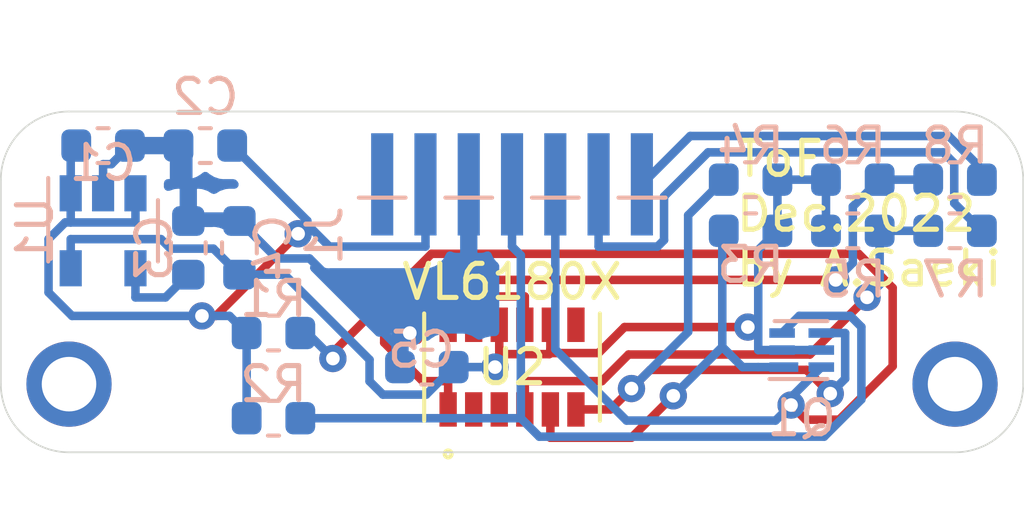
<source format=kicad_pcb>
(kicad_pcb (version 20211014) (generator pcbnew)
  (layers (0 "F.Cu" signal) (31 "B.Cu" signal) (34 "B.Paste" user) (35 "F.Paste" user) (36 "B.SilkS" user "B.Silkscreen") (37 "F.SilkS" user "F.Silkscreen") (38 "B.Mask" user) (39 "F.Mask" user) (44 "Edge.Cuts" user))
  (net 0 "")
  (net 1 "GND")
  (net 2 "VCC")
  (net 3 "Net-(C3-Pad1)")
  (net 4 "VDD")
  (net 5 "Net-(J1-Pad7)")
  (net 6 "Net-(J1-Pad6)")
  (net 7 "Net-(J1-Pad5)")
  (net 8 "Net-(J1-Pad4)")
  (net 9 "Net-(Q1-Pad4)")
  (net 10 "Net-(Q1-Pad1)")
  (net 11 "Net-(R5-Pad2)")
  (net 12 "Net-(R6-Pad2)")
  (footprint "0.main.robot:VL6180XV0NR&slash_1" (layer "F.Cu") (at 130 107.5 90)
    (fp_text reference "U2" (at 0 0 180) (layer "F.SilkS"))
    (fp_text value "VL6180X" (at 2.5 0 180) (layer "F.SilkS"))
    (fp_line (start 1.5748 -2.5781) (end -1.5748 -2.5781) (layer "F.SilkS") (width 0.12))
    (fp_line (start -1.5748 2.5781) (end 1.5748 2.5781) (layer "F.SilkS") (width 0.12))
    (fp_circle (center -2.548599 -1.875) (end -2.446999 -1.875) (layer "F.SilkS") (width 0.12) (fill none))
    (pad "1" smd rect locked (at -1.2422 -1.875 90) (size 1.011199 0.5088) (layers "F.Cu" "F.Paste" "F.Mask") (net 12 "Net-(R6-Pad2)"))
    (pad "2" smd rect locked (at -1.2422 -1.124999 90) (size 1.011199 0.5088) (layers "F.Cu" "F.Paste" "F.Mask"))
    (pad "3" smd rect locked (at -1.2422 -0.375001 90) (size 1.011199 0.5088) (layers "F.Cu" "F.Paste" "F.Mask"))
    (pad "4" smd rect locked (at -1.2422 0.375001 90) (size 1.011199 0.5088) (layers "F.Cu" "F.Paste" "F.Mask") (net 11 "Net-(R5-Pad2)"))
    (pad "5" smd rect locked (at -1.2422 1.124999 90) (size 1.011199 0.5088) (layers "F.Cu" "F.Paste" "F.Mask") (net 10 "Net-(Q1-Pad1)"))
    (pad "6" smd rect locked (at -1.2422 1.875 90) (size 1.011199 0.5088) (layers "F.Cu" "F.Paste" "F.Mask") (net 9 "Net-(Q1-Pad4)"))
    (pad "7" smd rect locked (at 1.2422 1.875 90) (size 1.011199 0.5088) (layers "F.Cu" "F.Paste" "F.Mask"))
    (pad "8" smd rect locked (at 1.2422 1.124999 90) (size 1.011199 0.5088) (layers "F.Cu" "F.Paste" "F.Mask") (net 4 "VDD"))
    (pad "9" smd rect locked (at 1.2422 0.375001 90) (size 1.011199 0.5088) (layers "F.Cu" "F.Paste" "F.Mask") (net 1 "GND"))
    (pad "10" smd rect locked (at 1.2422 -0.375001 90) (size 1.011199 0.5088) (layers "F.Cu" "F.Paste" "F.Mask") (net 4 "VDD"))
    (pad "11" smd rect locked (at 1.2422 -1.124999 90) (size 1.011199 0.5088) (layers "F.Cu" "F.Paste" "F.Mask"))
    (pad "12" smd rect locked (at 1.2422 -1.875 90) (size 1.011199 0.5088) (layers "F.Cu" "F.Paste" "F.Mask") (net 1 "GND"))
  )
  (footprint "Capacitor_SMD:C_0603_1608Metric" (layer "B.Cu") (at 118 101)
    (fp_text reference "C1" (at 0 0.51) (layer "B.SilkS") (effects (justify mirror)))
    (fp_text value "1u")
    (fp_line (start -0.162779 -0.51) (end 0.162779 -0.51) (layer "B.SilkS") (width 0.12))
    (fp_line (start -0.162779 0.51) (end 0.162779 0.51) (layer "B.SilkS") (width 0.12))
    (pad "1" smd roundrect locked (at -0.7875 0) (size 0.875 0.95) (layers "B.Cu" "B.Paste" "B.Mask") (net 2 "VCC"))
    (pad "2" smd roundrect locked (at 0.7875 0) (size 0.875 0.95) (layers "B.Cu" "B.Paste" "B.Mask") (net 1 "GND"))
  )
  (footprint "Capacitor_SMD:C_0603_1608Metric" (layer "B.Cu") (at 121 101 180)
    (fp_text reference "C2" (at 0 1.43) (layer "B.SilkS") (effects (justify mirror)))
    (fp_text value "0.1u")
    (fp_line (start -0.162779 -0.51) (end 0.162779 -0.51) (layer "B.SilkS") (width 0.12))
    (fp_line (start -0.162779 0.51) (end 0.162779 0.51) (layer "B.SilkS") (width 0.12))
    (pad "1" smd roundrect locked (at -0.7875 0 180) (size 0.875 0.95) (layers "B.Cu" "B.Paste" "B.Mask") (net 2 "VCC"))
    (pad "2" smd roundrect locked (at 0.7875 0 180) (size 0.875 0.95) (layers "B.Cu" "B.Paste" "B.Mask") (net 1 "GND"))
  )
  (footprint "Capacitor_SMD:C_0603_1608Metric" (layer "B.Cu") (at 120.5 104 90)
    (fp_text reference "C3" (at 0 -1 90) (layer "B.SilkS") (effects (justify mirror)))
    (fp_text value "0.01u")
    (fp_line (start -0.162779 0.51) (end 0.162779 0.51) (layer "B.SilkS") (width 0.12))
    (fp_line (start -0.162779 -0.51) (end 0.162779 -0.51) (layer "B.SilkS") (width 0.12))
    (pad "1" smd roundrect locked (at -0.7875 0 90) (size 0.875 0.95) (layers "B.Cu" "B.Paste" "B.Mask") (net 3 "Net-(C3-Pad1)"))
    (pad "2" smd roundrect locked (at 0.7875 0 90) (size 0.875 0.95) (layers "B.Cu" "B.Paste" "B.Mask") (net 1 "GND"))
  )
  (footprint "Capacitor_SMD:C_0603_1608Metric" (layer "B.Cu") (at 122 104 90)
    (fp_text reference "C4" (at 0 1 90) (layer "B.SilkS") (effects (justify mirror)))
    (fp_text value "1u")
    (fp_line (start -0.162779 0.51) (end 0.162779 0.51) (layer "B.SilkS") (width 0.12))
    (fp_line (start -0.162779 -0.51) (end 0.162779 -0.51) (layer "B.SilkS") (width 0.12))
    (pad "1" smd roundrect locked (at -0.7875 0 90) (size 0.875 0.95) (layers "B.Cu" "B.Paste" "B.Mask") (net 4 "VDD"))
    (pad "2" smd roundrect locked (at 0.7875 0 90) (size 0.875 0.95) (layers "B.Cu" "B.Paste" "B.Mask") (net 1 "GND"))
  )
  (footprint "Capacitor_SMD:C_0603_1608Metric" (layer "B.Cu") (at 127.5 107.5 180)
    (fp_text reference "C5" (at 0.162779 0.51) (layer "B.SilkS") (effects (justify mirror)))
    (fp_text value "0.1u")
    (fp_line (start -0.162779 -0.51) (end 0.162779 -0.51) (layer "B.SilkS") (width 0.12))
    (fp_line (start -0.162779 0.51) (end 0.162779 0.51) (layer "B.SilkS") (width 0.12))
    (pad "1" smd roundrect locked (at -0.7875 0 180) (size 0.875 0.95) (layers "B.Cu" "B.Paste" "B.Mask") (net 4 "VDD"))
    (pad "2" smd roundrect locked (at 0.7875 0 180) (size 0.875 0.95) (layers "B.Cu" "B.Paste" "B.Mask") (net 1 "GND"))
  )
  (footprint "Package_SON:WSON-6_1.5x1.5mm_P0.5mm" (layer "B.Cu") (at 138.5 107)
    (fp_text reference "Q1" (at 0 2) (layer "B.SilkS") (effects (justify mirror)))
    (fp_text value "SSM6N42FE")
    (fp_line (start -0.945 0.85) (end 0.755 0.85) (layer "B.SilkS") (width 0.12))
    (fp_line (start -0.795 -0.85) (end 0.755 -0.85) (layer "B.SilkS") (width 0.12))
    (pad "1" smd rect locked (at -0.525 0.5 90) (size 0.28 0.85) (layers "B.Cu" "B.Paste" "B.Mask") (net 10 "Net-(Q1-Pad1)"))
    (pad "2" smd rect locked (at -0.575 0 90) (size 0.28 0.75) (layers "B.Cu" "B.Paste" "B.Mask") (net 4 "VDD"))
    (pad "3" smd rect locked (at -0.575 -0.5 90) (size 0.28 0.75) (layers "B.Cu" "B.Paste" "B.Mask") (net 8 "Net-(J1-Pad4)"))
    (pad "4" smd rect locked (at 0.575 -0.5 90) (size 0.28 0.75) (layers "B.Cu" "B.Paste" "B.Mask") (net 9 "Net-(Q1-Pad4)"))
    (pad "5" smd rect locked (at 0.575 0 90) (size 0.28 0.75) (layers "B.Cu" "B.Paste" "B.Mask") (net 4 "VDD"))
    (pad "6" smd rect locked (at 0.575 0.5 90) (size 0.28 0.75) (layers "B.Cu" "B.Paste" "B.Mask") (net 7 "Net-(J1-Pad5)"))
  )
  (footprint "Resistor_SMD:R_0603_1608Metric" (layer "B.Cu") (at 123 106.5)
    (fp_text reference "R1" (at 0 -1) (layer "B.SilkS") (effects (justify mirror)))
    (fp_text value "10k")
    (fp_line (start -0.162779 -0.51) (end 0.162779 -0.51) (layer "B.SilkS") (width 0.12))
    (fp_line (start -0.162779 0.51) (end 0.162779 0.51) (layer "B.SilkS") (width 0.12))
    (pad "1" smd roundrect locked (at -0.7875 0) (size 0.875 0.95) (layers "B.Cu" "B.Paste" "B.Mask") (net 2 "VCC"))
    (pad "2" smd roundrect locked (at 0.7875 0) (size 0.875 0.95) (layers "B.Cu" "B.Paste" "B.Mask") (net 7 "Net-(J1-Pad5)"))
  )
  (footprint "Resistor_SMD:R_0603_1608Metric" (layer "B.Cu") (at 123 109)
    (fp_text reference "R2" (at 0 -1) (layer "B.SilkS") (effects (justify mirror)))
    (fp_text value "10k")
    (fp_line (start -0.162779 0.51) (end 0.162779 0.51) (layer "B.SilkS") (width 0.12))
    (fp_line (start -0.162779 -0.51) (end 0.162779 -0.51) (layer "B.SilkS") (width 0.12))
    (pad "1" smd roundrect locked (at -0.7875 0) (size 0.875 0.95) (layers "B.Cu" "B.Paste" "B.Mask") (net 2 "VCC"))
    (pad "2" smd roundrect locked (at 0.7875 0) (size 0.875 0.95) (layers "B.Cu" "B.Paste" "B.Mask") (net 8 "Net-(J1-Pad4)"))
  )
  (footprint "Resistor_SMD:R_0603_1608Metric" (layer "B.Cu") (at 137 103.5 180)
    (fp_text reference "R3" (at 0 -1) (layer "B.SilkS") (effects (justify mirror)))
    (fp_text value "10k")
    (fp_line (start -0.162779 -0.51) (end 0.162779 -0.51) (layer "B.SilkS") (width 0.12))
    (fp_line (start -0.162779 0.51) (end 0.162779 0.51) (layer "B.SilkS") (width 0.12))
    (pad "1" smd roundrect locked (at -0.7875 0 180) (size 0.875 0.95) (layers "B.Cu" "B.Paste" "B.Mask") (net 4 "VDD"))
    (pad "2" smd roundrect locked (at 0.7875 0 180) (size 0.875 0.95) (layers "B.Cu" "B.Paste" "B.Mask") (net 10 "Net-(Q1-Pad1)"))
  )
  (footprint "Resistor_SMD:R_0603_1608Metric" (layer "B.Cu") (at 137 102 180)
    (fp_text reference "R4" (at 0 1) (layer "B.SilkS") (effects (justify mirror)))
    (fp_text value "10k")
    (fp_line (start -0.162779 0.51) (end 0.162779 0.51) (layer "B.SilkS") (width 0.12))
    (fp_line (start -0.162779 -0.51) (end 0.162779 -0.51) (layer "B.SilkS") (width 0.12))
    (pad "1" smd roundrect locked (at -0.7875 0 180) (size 0.875 0.95) (layers "B.Cu" "B.Paste" "B.Mask") (net 4 "VDD"))
    (pad "2" smd roundrect locked (at 0.7875 0 180) (size 0.875 0.95) (layers "B.Cu" "B.Paste" "B.Mask") (net 9 "Net-(Q1-Pad4)"))
  )
  (footprint "Resistor_SMD:R_0603_1608Metric" (layer "B.Cu") (at 140 103.5)
    (fp_text reference "R5" (at 0 1.43) (layer "B.SilkS") (effects (justify mirror)))
    (fp_text value "47k")
    (fp_line (start -0.162779 -0.51) (end 0.162779 -0.51) (layer "B.SilkS") (width 0.12))
    (fp_line (start -0.162779 0.51) (end 0.162779 0.51) (layer "B.SilkS") (width 0.12))
    (pad "1" smd roundrect locked (at -0.7875 0) (size 0.875 0.95) (layers "B.Cu" "B.Paste" "B.Mask") (net 4 "VDD"))
    (pad "2" smd roundrect locked (at 0.7875 0) (size 0.875 0.95) (layers "B.Cu" "B.Paste" "B.Mask") (net 11 "Net-(R5-Pad2)"))
  )
  (footprint "Resistor_SMD:R_0603_1608Metric" (layer "B.Cu") (at 140 102)
    (fp_text reference "R6" (at 0 -1) (layer "B.SilkS") (effects (justify mirror)))
    (fp_text value "47k")
    (fp_line (start -0.162779 -0.51) (end 0.162779 -0.51) (layer "B.SilkS") (width 0.12))
    (fp_line (start -0.162779 0.51) (end 0.162779 0.51) (layer "B.SilkS") (width 0.12))
    (pad "1" smd roundrect locked (at -0.7875 0) (size 0.875 0.95) (layers "B.Cu" "B.Paste" "B.Mask") (net 4 "VDD"))
    (pad "2" smd roundrect locked (at 0.7875 0) (size 0.875 0.95) (layers "B.Cu" "B.Paste" "B.Mask") (net 12 "Net-(R6-Pad2)"))
  )
  (footprint "Resistor_SMD:R_0603_1608Metric" (layer "B.Cu") (at 143 103.5)
    (fp_text reference "R7" (at 0 1.43) (layer "B.SilkS") (effects (justify mirror)))
    (fp_text value "1k")
    (fp_line (start -0.162779 0.51) (end 0.162779 0.51) (layer "B.SilkS") (width 0.12))
    (fp_line (start -0.162779 -0.51) (end 0.162779 -0.51) (layer "B.SilkS") (width 0.12))
    (pad "1" smd roundrect locked (at -0.7875 0) (size 0.875 0.95) (layers "B.Cu" "B.Paste" "B.Mask") (net 11 "Net-(R5-Pad2)"))
    (pad "2" smd roundrect locked (at 0.7875 0) (size 0.875 0.95) (layers "B.Cu" "B.Paste" "B.Mask") (net 6 "Net-(J1-Pad6)"))
  )
  (footprint "Resistor_SMD:R_0603_1608Metric" (layer "B.Cu") (at 143 102)
    (fp_text reference "R8" (at 0 -1) (layer "B.SilkS") (effects (justify mirror)))
    (fp_text value "1k")
    (fp_line (start -0.162779 -0.51) (end 0.162779 -0.51) (layer "B.SilkS") (width 0.12))
    (fp_line (start -0.162779 0.51) (end 0.162779 0.51) (layer "B.SilkS") (width 0.12))
    (pad "1" smd roundrect locked (at -0.7875 0) (size 0.875 0.95) (layers "B.Cu" "B.Paste" "B.Mask") (net 12 "Net-(R6-Pad2)"))
    (pad "2" smd roundrect locked (at 0.7875 0) (size 0.875 0.95) (layers "B.Cu" "B.Paste" "B.Mask") (net 5 "Net-(J1-Pad7)"))
  )
  (footprint "Package_TO_SOT_SMD:SOT-23-5" (layer "B.Cu") (at 118 103.5 -90)
    (fp_text reference "U1" (at 0 2 90) (layer "B.SilkS") (effects (justify mirror)))
    (fp_text value "Si91841")
    (fp_line (start 0.9 1.61) (end -1.55 1.61) (layer "B.SilkS") (width 0.12))
    (fp_line (start -0.9 -1.61) (end 0.9 -1.61) (layer "B.SilkS") (width 0.12))
    (pad "1" smd rect locked (at -1.1 0.95 270) (size 1.06 0.65) (layers "B.Cu" "B.Paste" "B.Mask") (net 2 "VCC"))
    (pad "2" smd rect locked (at -1.1 0 270) (size 1.06 0.65) (layers "B.Cu" "B.Paste" "B.Mask") (net 1 "GND"))
    (pad "3" smd rect locked (at -1.1 -0.95 270) (size 1.06 0.65) (layers "B.Cu" "B.Paste" "B.Mask") (net 2 "VCC"))
    (pad "4" smd rect locked (at 1.1 -0.95 270) (size 1.06 0.65) (layers "B.Cu" "B.Paste" "B.Mask") (net 3 "Net-(C3-Pad1)"))
    (pad "5" smd rect locked (at 1.1 0.95 270) (size 1.06 0.65) (layers "B.Cu" "B.Paste" "B.Mask") (net 4 "VDD"))
  )
  (footprint "0.main.robot:Pin_1x07_P1.27mm_SMD" (layer "B.Cu") (at 130 103.6375 -90)
    (fp_text reference "J1" (at 0 5.505 90) (layer "B.SilkS") (effects (justify mirror)))
    (fp_text value "Conn_01x07")
    (fp_line (start -1.11 -4.395) (end -1.11 -4.505) (layer "B.SilkS") (width 0.12))
    (fp_line (start -1.11 -0.585) (end -1.11 -1.955) (layer "B.SilkS") (width 0.12))
    (fp_line (start -1.11 4.495) (end -1.11 3.125) (layer "B.SilkS") (width 0.12))
    (fp_line (start -1.11 -3.125) (end -1.11 -4.495) (layer "B.SilkS") (width 0.12))
    (fp_line (start -1.11 1.955) (end -1.11 0.585) (layer "B.SilkS") (width 0.12))
    (pad "1" smd rect locked (at -1.5 3.81 270) (size 3 0.65) (layers "B.Cu" "B.Paste" "B.Mask"))
    (pad "2" smd rect locked (at -1.5 2.54 270) (size 3 0.65) (layers "B.Cu" "B.Paste" "B.Mask") (net 2 "VCC"))
    (pad "3" smd rect locked (at -1.5 1.27 270) (size 3 0.65) (layers "B.Cu" "B.Paste" "B.Mask") (net 1 "GND"))
    (pad "4" smd rect locked (at -1.5 0 270) (size 3 0.65) (layers "B.Cu" "B.Paste" "B.Mask") (net 8 "Net-(J1-Pad4)"))
    (pad "5" smd rect locked (at -1.5 -1.27 270) (size 3 0.65) (layers "B.Cu" "B.Paste" "B.Mask") (net 7 "Net-(J1-Pad5)"))
    (pad "6" smd rect locked (at -1.5 -2.54 270) (size 3 0.65) (layers "B.Cu" "B.Paste" "B.Mask") (net 6 "Net-(J1-Pad6)"))
    (pad "7" smd rect locked (at -1.5 -3.81 270) (size 3 0.65) (layers "B.Cu" "B.Paste" "B.Mask") (net 5 "Net-(J1-Pad7)"))
  )
  (gr_arc (start 117.000001 109.999999) (mid 115.585787 109.414213) (end 115.000001 107.999999) (layer "Edge.Cuts") (width 0.05))
  (gr_arc (start 142.999999 100.000001) (mid 144.414213 100.585787) (end 144.999999 102.000001) (layer "Edge.Cuts") (width 0.05))
  (gr_line (start 144.999999 102.000001) (end 144.999999 107.999999) (layer "Edge.Cuts") (width 0.05))
  (gr_line (start 117 100) (end 142.999999 100.000001) (layer "Edge.Cuts") (width 0.05))
  (gr_line (start 142.999999 109.999999) (end 117.000001 109.999999) (layer "Edge.Cuts") (width 0.05))
  (gr_line (start 115.000001 107.999999) (end 115 102) (layer "Edge.Cuts") (width 0.05))
  (gr_arc (start 115 102) (mid 115.585786 100.585786) (end 117 100) (layer "Edge.Cuts") (width 0.05))
  (gr_arc (start 144.999999 107.999999) (mid 144.414213 109.414213) (end 142.999999 109.999999) (layer "Edge.Cuts") (width 0.05))
  (gr_text "ToF\nDec.2022\nby A.Saeki" (at 136.5 103) (layer "F.SilkS") (effects (font (size 1 1)) (justify left)))
  (via (at 117 108) (size 2.5) (drill 1.6) (layers "F.Cu" "B.Cu") (net 0))
  (via (at 143 108) (size 2.5) (drill 1.6) (layers "F.Cu" "B.Cu") (net 0))
  (segment (start 127.6834 106.258) (end 127.6834 106.154) (width 0.25) (layer "F.Cu") (net 1))
  (segment (start 128.1248 106.258) (end 128.125 106.2578) (width 0.25) (layer "F.Cu") (net 1))
  (segment (start 130.375 106.2578) (end 130.375 105.4269) (width 0.25) (layer "F.Cu") (net 1))
  (segment (start 128.125 106.258) (end 128.1248 106.258) (width 0.25) (layer "F.Cu") (net 1))
  (segment (start 128.4105 105.4269) (end 130.375 105.4269) (width 0.25) (layer "F.Cu") (net 1))
  (segment (start 128.1248 106.258) (end 127.6834 106.258) (width 0.25) (layer "F.Cu") (net 1))
  (segment (start 127.242 106.258) (end 127 106.5) (width 0.25) (layer "F.Cu") (net 1))
  (segment (start 127.6834 106.154) (end 128.4105 105.4269) (width 0.25) (layer "F.Cu") (net 1))
  (segment (start 127.6834 106.258) (end 127.242 106.258) (width 0.25) (layer "F.Cu") (net 1))
  (via (at 127 106.5) (size 0.8) (drill 0.4) (layers "F.Cu" "B.Cu") (net 1))
  (segment (start 122 103.2125) (end 123.0998 104.3123) (width 0.25) (layer "B.Cu") (net 1))
  (segment (start 118.7875 101) (end 120.2125 101) (width 0.25) (layer "B.Cu") (net 1))
  (segment (start 126.712 107.233) (end 126.712 106.966) (width 0.25) (layer "B.Cu") (net 1))
  (segment (start 120.5 103.2125) (end 120.5 101.2875) (width 0.25) (layer "B.Cu") (net 1))
  (segment (start 122 103.2125) (end 120.5 103.2125) (width 0.25) (layer "B.Cu") (net 1))
  (segment (start 118 102.4) (end 118 101.5447) (width 0.25) (layer "B.Cu") (net 1))
  (segment (start 126.712 106.966) (end 126.712 106.788) (width 0.25) (layer "B.Cu") (net 1))
  (segment (start 127 106.5) (end 128.73 104.77) (width 0.25) (layer "B.Cu") (net 1))
  (segment (start 118.2428 101.5447) (end 118.7875 101) (width 0.25) (layer "B.Cu") (net 1))
  (segment (start 120.5 101.2875) (end 120.2125 101) (width 0.25) (layer "B.Cu") (net 1))
  (segment (start 126.712 107.233) (end 126.7125 107.2335) (width 0.25) (layer "B.Cu") (net 1))
  (segment (start 126.712 106.788) (end 127 106.5) (width 0.25) (layer "B.Cu") (net 1))
  (segment (start 118 101.5447) (end 118.2428 101.5447) (width 0.25) (layer "B.Cu") (net 1))
  (segment (start 128.73 104.77) (end 128.73 102.1375) (width 0.25) (layer "B.Cu") (net 1))
  (segment (start 126.712 107.5) (end 126.712 107.233) (width 0.25) (layer "B.Cu") (net 1))
  (segment (start 123.0998 104.3123) (end 124.0583 104.3123) (width 0.25) (layer "B.Cu") (net 1))
  (segment (start 124.0583 104.3123) (end 126.712 106.966) (width 0.25) (layer "B.Cu") (net 1))
  (segment (start 126.7125 107.2335) (end 126.7125 107.5) (width 0.25) (layer "B.Cu") (net 1))
  (segment (start 121.3124 105.9981) (end 120.9009 105.9981) (width 0.25) (layer "F.Cu") (net 2))
  (segment (start 123.7235 103.587) (end 121.3124 105.9981) (width 0.25) (layer "F.Cu") (net 2))
  (via (at 123.7235 103.587) (size 0.8) (drill 0.4) (layers "F.Cu" "B.Cu") (net 2))
  (via (at 120.9009 105.9981) (size 0.8) (drill 0.4) (layers "F.Cu" "B.Cu") (net 2))
  (segment (start 118.95 103.2553) (end 117.05 103.2553) (width 0.25) (layer "B.Cu") (net 2))
  (segment (start 117.0887 105.9981) (end 116.3997 105.3091) (width 0.25) (layer "B.Cu") (net 2))
  (segment (start 122.2125 109) (end 122.2125 106.5) (width 0.25) (layer "B.Cu") (net 2))
  (segment (start 124.6391 103.9628) (end 123.9934 103.3171) (width 0.25) (layer "B.Cu") (net 2))
  (segment (start 116.3997 105.3091) (end 116.3997 103.7429) (width 0.25) (layer "B.Cu") (net 2))
  (segment (start 127.46 102.1375) (end 127.46 103.9628) (width 0.25) (layer "B.Cu") (net 2))
  (segment (start 127.46 103.9628) (end 124.6391 103.9628) (width 0.25) (layer "B.Cu") (net 2))
  (segment (start 123.9934 103.2059) (end 123.9934 103.3171) (width 0.25) (layer "B.Cu") (net 2))
  (segment (start 118.95 102.4) (end 118.95 103.2553) (width 0.25) (layer "B.Cu") (net 2))
  (segment (start 116.8873 103.2553) (end 117.05 103.2553) (width 0.25) (layer "B.Cu") (net 2))
  (segment (start 117.05 102.4) (end 117.05 101.1625) (width 0.25) (layer "B.Cu") (net 2))
  (segment (start 122.2125 106.5) (end 121.7106 105.9981) (width 0.25) (layer "B.Cu") (net 2))
  (segment (start 123.9934 103.3171) (end 123.7235 103.587) (width 0.25) (layer "B.Cu") (net 2))
  (segment (start 117.05 101.1625) (end 117.2125 101) (width 0.25) (layer "B.Cu") (net 2))
  (segment (start 117.05 102.4) (end 117.05 103.2553) (width 0.25) (layer "B.Cu") (net 2))
  (segment (start 121.7875 101) (end 123.9934 103.2059) (width 0.25) (layer "B.Cu") (net 2))
  (segment (start 121.7106 105.9981) (end 120.9009 105.9981) (width 0.25) (layer "B.Cu") (net 2))
  (segment (start 120.9009 105.9981) (end 117.0887 105.9981) (width 0.25) (layer "B.Cu") (net 2))
  (segment (start 116.3997 103.7429) (end 116.8873 103.2553) (width 0.25) (layer "B.Cu") (net 2))
  (segment (start 118.95 104.6) (end 118.95 105.4553) (width 0.25) (layer "B.Cu") (net 3))
  (segment (start 118.95 105.4553) (end 119.8322 105.4553) (width 0.25) (layer "B.Cu") (net 3))
  (segment (start 119.8322 105.4553) (end 120.5 104.7875) (width 0.25) (layer "B.Cu") (net 3))
  (segment (start 131.0945 107.1192) (end 131.125 107.0887) (width 0.25) (layer "F.Cu") (net 4))
  (segment (start 132.537 107.0887) (end 133.3005 106.3252) (width 0.25) (layer "F.Cu") (net 4))
  (segment (start 129.625 107.375) (end 129.5 107.5) (width 0.25) (layer "F.Cu") (net 4))
  (segment (start 131.125 107.0887) (end 132.537 107.0887) (width 0.25) (layer "F.Cu") (net 4))
  (segment (start 129.625 107.1192) (end 129.625 107.375) (width 0.25) (layer "F.Cu") (net 4))
  (segment (start 129.625 106.258) (end 129.625 106.2578) (width 0.25) (layer "F.Cu") (net 4))
  (segment (start 133.3005 106.3252) (end 136.9199 106.3252) (width 0.25) (layer "F.Cu") (net 4))
  (segment (start 131.125 106.2578) (end 131.125 106.9761) (width 0.25) (layer "F.Cu") (net 4))
  (segment (start 129.625 106.258) (end 129.625 107.1192) (width 0.25) (layer "F.Cu") (net 4))
  (segment (start 129.625 107.1192) (end 131.0945 107.1192) (width 0.25) (layer "F.Cu") (net 4))
  (segment (start 131.125 106.9761) (end 131.125 107.0887) (width 0.25) (layer "F.Cu") (net 4))
  (via (at 129.5 107.5) (size 0.8) (drill 0.4) (layers "F.Cu" "B.Cu") (net 4))
  (via (at 136.9199 106.3252) (size 0.8) (drill 0.4) (layers "F.Cu" "B.Cu") (net 4))
  (segment (start 126.2101 108.3067) (end 125.819 107.9156) (width 0.25) (layer "B.Cu") (net 4))
  (segment (start 125.819 107.9156) (end 125.819 107.2821) (width 0.25) (layer "B.Cu") (net 4))
  (segment (start 137.2246 106.3252) (end 136.9199 106.3252) (width 0.25) (layer "B.Cu") (net 4))
  (segment (start 137.925 107) (end 139.075 107) (width 0.25) (layer "B.Cu") (net 4))
  (segment (start 137.7875 102) (end 137.7875 103.5) (width 0.25) (layer "B.Cu") (net 4))
  (segment (start 119.978 104.0238) (end 119.6989 103.7447) (width 0.25) (layer "B.Cu") (net 4))
  (segment (start 128.288 107.5) (end 128.2875 107.5) (width 0.25) (layer "B.Cu") (net 4))
  (segment (start 128.288 107.5) (end 129.5 107.5) (width 0.25) (layer "B.Cu") (net 4))
  (segment (start 119.6989 103.7447) (end 117.05 103.7447) (width 0.25) (layer "B.Cu") (net 4))
  (segment (start 117.05 104.6) (end 117.05 103.7447) (width 0.25) (layer "B.Cu") (net 4))
  (segment (start 122 104.7875) (end 121.2363 104.0238) (width 0.25) (layer "B.Cu") (net 4))
  (segment (start 139.2125 102) (end 139.2125 103.5) (width 0.25) (layer "B.Cu") (net 4))
  (segment (start 125.819 107.2821) (end 123.3244 104.7875) (width 0.25) (layer "B.Cu") (net 4))
  (segment (start 121.2363 104.0238) (end 119.978 104.0238) (width 0.25) (layer "B.Cu") (net 4))
  (segment (start 123.3244 104.7875) (end 122 104.7875) (width 0.25) (layer "B.Cu") (net 4))
  (segment (start 137.925 107) (end 137.2247 107) (width 0.25) (layer "B.Cu") (net 4))
  (segment (start 127.4808 108.3067) (end 126.2101 108.3067) (width 0.25) (layer "B.Cu") (net 4))
  (segment (start 137.2246 104.0629) (end 137.2246 106.3252) (width 0.25) (layer "B.Cu") (net 4))
  (segment (start 137.2246 106.9999) (end 137.2247 107) (width 0.25) (layer "B.Cu") (net 4))
  (segment (start 128.2875 107.5) (end 127.4808 108.3067) (width 0.25) (layer "B.Cu") (net 4))
  (segment (start 137.7875 103.5) (end 137.2246 104.0629) (width 0.25) (layer "B.Cu") (net 4))
  (segment (start 139.2125 102) (end 137.7875 102) (width 0.25) (layer "B.Cu") (net 4))
  (segment (start 137.2246 106.3252) (end 137.2246 106.9999) (width 0.25) (layer "B.Cu") (net 4))
  (segment (start 142.8136 100.7186) (end 135.2289 100.7186) (width 0.25) (layer "B.Cu") (net 5))
  (segment (start 143.7875 101.6925) (end 142.8136 100.7186) (width 0.25) (layer "B.Cu") (net 5))
  (segment (start 143.7875 102) (end 143.7875 101.6925) (width 0.25) (layer "B.Cu") (net 5))
  (segment (start 135.2289 100.7186) (end 133.81 102.1375) (width 0.25) (layer "B.Cu") (net 5))
  (segment (start 134.2698 103.9628) (end 134.4604 103.7722) (width 0.25) (layer "B.Cu") (net 6))
  (segment (start 132.54 102.1375) (end 132.54 103.9628) (width 0.25) (layer "B.Cu") (net 6))
  (segment (start 135.7533 101.1989) (end 142.657 101.1989) (width 0.25) (layer "B.Cu") (net 6))
  (segment (start 134.4604 102.4918) (end 135.7533 101.1989) (width 0.25) (layer "B.Cu") (net 6))
  (segment (start 142.9761 102.6886) (end 143.7875 103.5) (width 0.25) (layer "B.Cu") (net 6))
  (segment (start 142.9761 101.518) (end 142.9761 102.6886) (width 0.25) (layer "B.Cu") (net 6))
  (segment (start 132.54 103.9628) (end 134.2698 103.9628) (width 0.25) (layer "B.Cu") (net 6))
  (segment (start 142.657 101.1989) (end 142.9761 101.518) (width 0.25) (layer "B.Cu") (net 6))
  (segment (start 134.4604 103.7722) (end 134.4604 102.4918) (width 0.25) (layer "B.Cu") (net 6))
  (segment (start 138.1884 108.6129) (end 138.6176 109.0421) (width 0.25) (layer "F.Cu") (net 7))
  (segment (start 141.1696 105.1758) (end 140.169 104.1752) (width 0.25) (layer "F.Cu") (net 7))
  (segment (start 141.1696 107.4743) (end 141.1696 105.1758) (width 0.25) (layer "F.Cu") (net 7))
  (segment (start 124.7436 107.068) (end 124.7436 107.2482) (width 0.25) (layer "F.Cu") (net 7))
  (segment (start 140.169 104.1752) (end 127.6364 104.1752) (width 0.25) (layer "F.Cu") (net 7))
  (segment (start 127.6364 104.1752) (end 124.7436 107.068) (width 0.25) (layer "F.Cu") (net 7))
  (segment (start 124.7436 107.2482) (end 124.7435 107.2482) (width 0.25) (layer "F.Cu") (net 7))
  (segment (start 139.6018 109.0421) (end 141.1696 107.4743) (width 0.25) (layer "F.Cu") (net 7))
  (segment (start 138.6176 109.0421) (end 139.6018 109.0421) (width 0.25) (layer "F.Cu") (net 7))
  (via (at 124.7435 107.2482) (size 0.8) (drill 0.4) (layers "F.Cu" "B.Cu") (net 7))
  (via (at 138.1884 108.6129) (size 0.8) (drill 0.4) (layers "F.Cu" "B.Cu") (net 7))
  (segment (start 123.7875 106.5) (end 123.9953 106.5) (width 0.25) (layer "B.Cu") (net 7))
  (segment (start 138.1884 108.6129) (end 137.7325 109.0688) (width 0.25) (layer "B.Cu") (net 7))
  (segment (start 131.27 106.9791) (end 131.27 102.1375) (width 0.25) (layer "B.Cu") (net 7))
  (segment (start 133.3597 109.0688) (end 131.27 106.9791) (width 0.25) (layer "B.Cu") (net 7))
  (segment (start 137.7325 109.0688) (end 133.3597 109.0688) (width 0.25) (layer "B.Cu") (net 7))
  (segment (start 139.075 107.5) (end 138.1884 108.3866) (width 0.25) (layer "B.Cu") (net 7))
  (segment (start 138.1884 108.3866) (end 138.1884 108.6129) (width 0.25) (layer "B.Cu") (net 7))
  (segment (start 123.9953 106.5) (end 124.7435 107.2482) (width 0.25) (layer "B.Cu") (net 7))
  (segment (start 130.2582 109) (end 130.7994 109.5412) (width 0.25) (layer "B.Cu") (net 8))
  (segment (start 130 103.9628) (end 130.2582 104.221) (width 0.25) (layer "B.Cu") (net 8))
  (segment (start 130 102.1375) (end 130 103.9628) (width 0.25) (layer "B.Cu") (net 8))
  (segment (start 139.1585 109.5412) (end 140.2514 108.4483) (width 0.25) (layer "B.Cu") (net 8))
  (segment (start 140.2514 108.4483) (end 140.2514 106.3217) (width 0.25) (layer "B.Cu") (net 8))
  (segment (start 139.9267 105.997) (end 138.428 105.997) (width 0.25) (layer "B.Cu") (net 8))
  (segment (start 130.7994 109.5412) (end 139.1585 109.5412) (width 0.25) (layer "B.Cu") (net 8))
  (segment (start 140.2514 106.3217) (end 139.9267 105.997) (width 0.25) (layer "B.Cu") (net 8))
  (segment (start 138.428 105.997) (end 137.925 106.5) (width 0.25) (layer "B.Cu") (net 8))
  (segment (start 123.7875 109) (end 130.2582 109) (width 0.25) (layer "B.Cu") (net 8))
  (segment (start 130.2582 104.221) (end 130.2582 109) (width 0.25) (layer "B.Cu") (net 8))
  (segment (start 138.6411 107.581) (end 139.3379 108.2778) (width 0.25) (layer "F.Cu") (net 9))
  (segment (start 134.0535 107.581) (end 138.6411 107.581) (width 0.25) (layer "F.Cu") (net 9))
  (segment (start 133.5049 108.1296) (end 134.0535 107.581) (width 0.25) (layer "F.Cu") (net 9))
  (segment (start 131.875 108.7422) (end 132.8923 108.7422) (width 0.25) (layer "F.Cu") (net 9))
  (segment (start 132.8923 108.7422) (end 133.5049 108.1296) (width 0.25) (layer "F.Cu") (net 9))
  (via (at 139.3379 108.2778) (size 0.8) (drill 0.4) (layers "F.Cu" "B.Cu") (net 9))
  (via (at 133.5049 108.1296) (size 0.8) (drill 0.4) (layers "F.Cu" "B.Cu") (net 9))
  (segment (start 139.7753 107.8404) (end 139.3379 108.2778) (width 0.25) (layer "B.Cu") (net 9))
  (segment (start 139.7753 106.5) (end 139.7753 107.8404) (width 0.25) (layer "B.Cu") (net 9))
  (segment (start 135.1682 106.4663) (end 133.5049 108.1296) (width 0.25) (layer "B.Cu") (net 9))
  (segment (start 136.2125 102) (end 135.1682 103.0443) (width 0.25) (layer "B.Cu") (net 9))
  (segment (start 139.075 106.5) (end 139.7753 106.5) (width 0.25) (layer "B.Cu") (net 9))
  (segment (start 135.1682 103.0443) (end 135.1682 106.4663) (width 0.25) (layer "B.Cu") (net 9))
  (segment (start 131.125 108.7422) (end 131.125 109.5731) (width 0.25) (layer "F.Cu") (net 10))
  (segment (start 133.5021 109.5731) (end 134.7332 108.342) (width 0.25) (layer "F.Cu") (net 10))
  (segment (start 131.125 109.5731) (end 133.5021 109.5731) (width 0.25) (layer "F.Cu") (net 10))
  (via (at 134.7332 108.342) (size 0.8) (drill 0.4) (layers "F.Cu" "B.Cu") (net 10))
  (segment (start 136.1694 106.9058) (end 136.7635 107.5) (width 0.25) (layer "B.Cu") (net 10))
  (segment (start 137.975 107.5) (end 137.2247 107.5) (width 0.25) (layer "B.Cu") (net 10))
  (segment (start 136.1693 103.5432) (end 136.1693 106.9058) (width 0.25) (layer "B.Cu") (net 10))
  (segment (start 136.7635 107.5) (end 137.2247 107.5) (width 0.25) (layer "B.Cu") (net 10))
  (segment (start 136.1693 106.9058) (end 136.1694 106.9058) (width 0.25) (layer "B.Cu") (net 10))
  (segment (start 136.2125 103.5) (end 136.1693 103.5432) (width 0.25) (layer "B.Cu") (net 10))
  (segment (start 136.1694 106.9058) (end 134.7332 108.342) (width 0.25) (layer "B.Cu") (net 10))
  (segment (start 130.375 108.7422) (end 130.375 107.9113) (width 0.25) (layer "F.Cu") (net 11))
  (segment (start 132.6388 107.9113) (end 130.375 107.9113) (width 0.25) (layer "F.Cu") (net 11))
  (segment (start 133.4195 107.1306) (end 132.6388 107.9113) (width 0.25) (layer "F.Cu") (net 11))
  (segment (start 138.74 107.1306) (end 133.4195 107.1306) (width 0.25) (layer "F.Cu") (net 11))
  (segment (start 140.4174 105.4532) (end 138.74 107.1306) (width 0.25) (layer "F.Cu") (net 11))
  (via (at 140.4174 105.4532) (size 0.8) (drill 0.4) (layers "F.Cu" "B.Cu") (net 11))
  (segment (start 140.7875 103.5) (end 140.7875 105.0831) (width 0.25) (layer "B.Cu") (net 11))
  (segment (start 142.2125 103.5) (end 140.7875 103.5) (width 0.25) (layer "B.Cu") (net 11))
  (segment (start 140.7875 105.0831) (end 140.4174 105.4532) (width 0.25) (layer "B.Cu") (net 11))
  (segment (start 127.3773 107.9113) (end 126.2483 106.7823) (width 0.25) (layer "F.Cu") (net 12))
  (segment (start 126.2483 106.7823) (end 126.2483 106.2002) (width 0.25) (layer "F.Cu") (net 12))
  (segment (start 126.2483 106.2002) (end 127.5074 104.9411) (width 0.25) (layer "F.Cu") (net 12))
  (segment (start 128.125 107.9113) (end 127.3773 107.9113) (width 0.25) (layer "F.Cu") (net 12))
  (segment (start 128.125 108.7422) (end 128.125 107.9113) (width 0.25) (layer "F.Cu") (net 12))
  (segment (start 127.5074 104.9411) (end 139.4982 104.9411) (width 0.25) (layer "F.Cu") (net 12))
  (via (at 139.4982 104.9411) (size 0.8) (drill 0.4) (layers "F.Cu" "B.Cu") (net 12))
  (segment (start 139.4982 104.9411) (end 140 104.4393) (width 0.25) (layer "B.Cu") (net 12))
  (segment (start 142.2125 102) (end 140.7875 102) (width 0.25) (layer "B.Cu") (net 12))
  (segment (start 140 104.4393) (end 140 102.7875) (width 0.25) (layer "B.Cu") (net 12))
  (segment (start 140 102.7875) (end 140.7875 102) (width 0.25) (layer "B.Cu") (net 12))
  (zone (net 1) (net_name "GND") (layers F&B.Cu) (connect_pads (clearance 0.508)) (min_thickness 0.254) (fill yes (thermal_gap 0.508) (thermal_bridge_width 0.508))
    (polygon (pts (xy 145 110) (xy 115 110) (xy 115 100) (xy 145 100)))
  )
)
</source>
